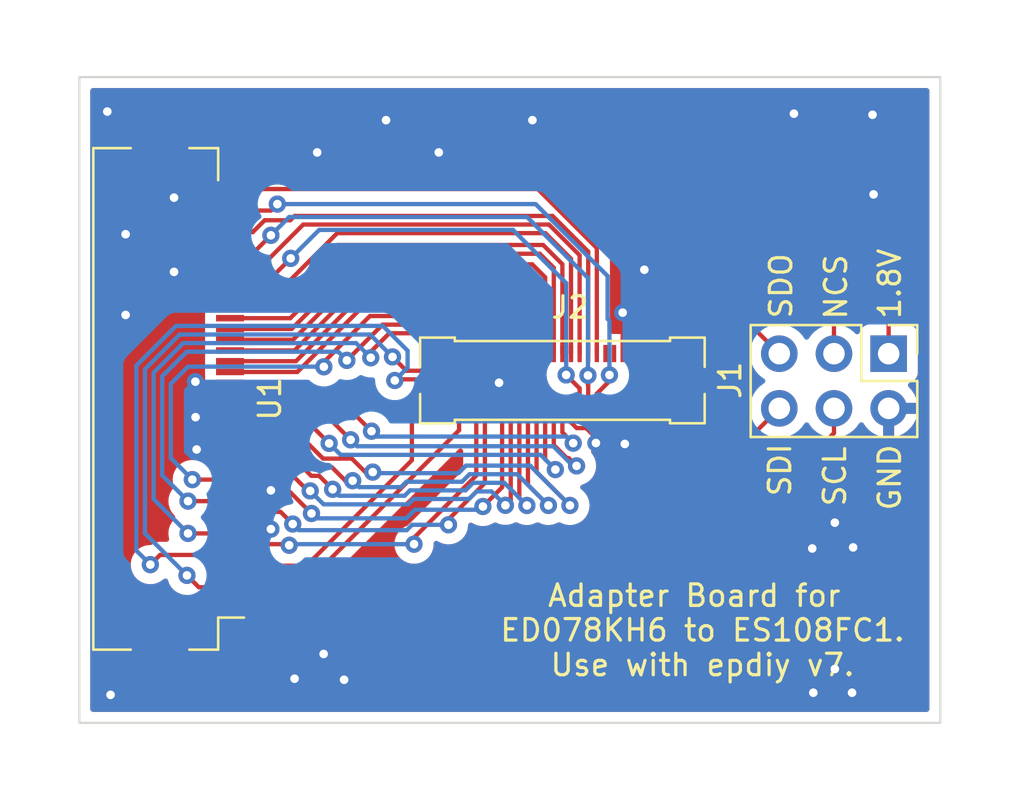
<source format=kicad_pcb>
(kicad_pcb (version 20211014) (generator pcbnew)
  (layers (0 "F.Cu" signal) (31 "B.Cu" signal) (34 "B.Paste" user) (35 "F.Paste" user) (36 "B.SilkS" user "B.Silkscreen") (37 "F.SilkS" user "F.Silkscreen") (38 "B.Mask" user) (39 "F.Mask" user) (44 "Edge.Cuts" user))
  (net 0 "")
  (net 1 "GND")
  (net 2 "/SPI_VDD")
  (net 3 "/SPI_SCL")
  (net 4 "/SPI_NCS")
  (net 5 "/SPI_SDI")
  (net 6 "/SPI_SDO")
  (net 7 "/VGL")
  (net 8 "/VGH")
  (net 9 "VDD")
  (net 10 "/MODE")
  (net 11 "/CKV")
  (net 12 "/SPV")
  (net 13 "/VCOM")
  (net 14 "/XCL")
  (net 15 "/D0")
  (net 16 "/D8")
  (net 17 "/D1")
  (net 18 "/D9")
  (net 19 "/D2")
  (net 20 "/D10")
  (net 21 "/D3")
  (net 22 "/D11")
  (net 23 "/D4")
  (net 24 "/D12")
  (net 25 "/D5")
  (net 26 "/D13")
  (net 27 "/D6")
  (net 28 "/D14")
  (net 29 "/D7")
  (net 30 "/D15")
  (net 31 "/XSTL")
  (net 32 "/XLE")
  (net 33 "/XOE")
  (net 34 "/TEST")
  (net 35 "/VPOS")
  (net 36 "/VNEG")
  (net 37 "/BRD")
  (footprint "epaper-breakout:Hirose_FH12-40S-0.5SH_mirrored" (layer "F.Cu") (at 19.2 23.95 -90)
    (fp_text reference "U1" (at 0 -3.7 -90) (layer "F.SilkS"))
    (fp_text value "ED078KH6")
    (fp_line (start -11.65 -1.3) (end -11.65 0.04) (layer "F.SilkS") (width 0.12))
    (fp_line (start 10.16 -1.3) (end 11.65 -1.3) (layer "F.SilkS") (width 0.12))
    (fp_line (start -11.65 4.5) (end -11.65 2.76) (layer "F.SilkS") (width 0.12))
    (fp_line (start 11.65 -1.3) (end 11.65 0.04) (layer "F.SilkS") (width 0.12))
    (fp_line (start 11.65 2.76) (end 11.65 4.5) (layer "F.SilkS") (width 0.12))
    (fp_line (start 11.65 4.5) (end -11.65 4.5) (layer "F.SilkS") (width 0.12))
    (fp_line (start 10.16 -1.3) (end 10.16 -2.5) (layer "F.SilkS") (width 0.12))
    (fp_line (start -10.16 -1.3) (end -11.65 -1.3) (layer "F.SilkS") (width 0.12))
    (pad "1" smd rect (at 9.75 -1.85 270) (size 0.3 1.3) (layers "F.Cu" "F.Paste" "F.Mask") (net 7 "/VGL"))
    (pad "2" smd rect (at 9.25 -1.85 270) (size 0.3 1.3) (layers "F.Cu" "F.Paste" "F.Mask"))
    (pad "3" smd rect (at 8.75 -1.85 270) (size 0.3 1.3) (layers "F.Cu" "F.Paste" "F.Mask") (net 8 "/VGH"))
    (pad "4" smd rect (at 8.25 -1.85 270) (size 0.3 1.3) (layers "F.Cu" "F.Paste" "F.Mask"))
    (pad "5" smd rect (at 7.75 -1.85 270) (size 0.3 1.3) (layers "F.Cu" "F.Paste" "F.Mask") (net 9 "VDD"))
    (pad "6" smd rect (at 7.25 -1.85 270) (size 0.3 1.3) (layers "F.Cu" "F.Paste" "F.Mask") (net 10 "/MODE"))
    (pad "7" smd rect (at 6.75 -1.85 270) (size 0.3 1.3) (layers "F.Cu" "F.Paste" "F.Mask") (net 11 "/CKV"))
    (pad "8" smd rect (at 6.25 -1.85 270) (size 0.3 1.3) (layers "F.Cu" "F.Paste" "F.Mask") (net 12 "/SPV"))
    (pad "9" smd rect (at 5.75 -1.85 270) (size 0.3 1.3) (layers "F.Cu" "F.Paste" "F.Mask") (net 1 "GND"))
    (pad "10" smd rect (at 5.25 -1.85 270) (size 0.3 1.3) (layers "F.Cu" "F.Paste" "F.Mask") (net 13 "/VCOM"))
    (pad "11" smd rect (at 4.75 -1.85 270) (size 0.3 1.3) (layers "F.Cu" "F.Paste" "F.Mask") (net 9 "VDD"))
    (pad "12" smd rect (at 4.25 -1.85 270) (size 0.3 1.3) (layers "F.Cu" "F.Paste" "F.Mask") (net 1 "GND"))
    (pad "13" smd rect (at 3.75 -1.85 270) (size 0.3 1.3) (layers "F.Cu" "F.Paste" "F.Mask") (net 14 "/XCL"))
    (pad "14" smd rect (at 3.25 -1.85 270) (size 0.3 1.3) (layers "F.Cu" "F.Paste" "F.Mask") (net 15 "/D0"))
    (pad "15" smd rect (at 2.75 -1.85 270) (size 0.3 1.3) (layers "F.Cu" "F.Paste" "F.Mask") (net 17 "/D1"))
    (pad "16" smd rect (at 2.25 -1.85 270) (size 0.3 1.3) (layers "F.Cu" "F.Paste" "F.Mask") (net 19 "/D2"))
    (pad "17" smd rect (at 1.75 -1.85 270) (size 0.3 1.3) (layers "F.Cu" "F.Paste" "F.Mask") (net 21 "/D3"))
    (pad "18" smd rect (at 1.25 -1.85 270) (size 0.3 1.3) (layers "F.Cu" "F.Paste" "F.Mask") (net 23 "/D4"))
    (pad "19" smd rect (at 0.75 -1.85 270) (size 0.3 1.3) (layers "F.Cu" "F.Paste" "F.Mask") (net 25 "/D5"))
    (pad "20" smd rect (at 0.25 -1.85 270) (size 0.3 1.3) (layers "F.Cu" "F.Paste" "F.Mask") (net 27 "/D6"))
    (pad "21" smd rect (at -0.25 -1.85 270) (size 0.3 1.3) (layers "F.Cu" "F.Paste" "F.Mask") (net 29 "/D7"))
    (pad "22" smd rect (at -0.75 -1.85 270) (size 0.3 1.3) (layers "F.Cu" "F.Paste" "F.Mask") (net 1 "GND"))
    (pad "23" smd rect (at -1.25 -1.85 270) (size 0.3 1.3) (layers "F.Cu" "F.Paste" "F.Mask") (net 16 "/D8"))
    (pad "24" smd rect (at -1.75 -1.85 270) (size 0.3 1.3) (layers "F.Cu" "F.Paste" "F.Mask") (net 18 "/D9"))
    (pad "25" smd rect (at -2.25 -1.85 270) (size 0.3 1.3) (layers "F.Cu" "F.Paste" "F.Mask") (net 20 "/D10"))
    (pad "26" smd rect (at -2.75 -1.85 270) (size 0.3 1.3) (layers "F.Cu" "F.Paste" "F.Mask") (net 22 "/D11"))
    (pad "27" smd rect (at -3.25 -1.85 270) (size 0.3 1.3) (layers "F.Cu" "F.Paste" "F.Mask") (net 24 "/D12"))
    (pad "28" smd rect (at -3.75 -1.85 270) (size 0.3 1.3) (layers "F.Cu" "F.Paste" "F.Mask") (net 26 "/D13"))
    (pad "29" smd rect (at -4.25 -1.85 270) (size 0.3 1.3) (layers "F.Cu" "F.Paste" "F.Mask") (net 28 "/D14"))
    (pad "30" smd rect (at -4.75 -1.85 270) (size 0.3 1.3) (layers "F.Cu" "F.Paste" "F.Mask") (net 30 "/D15"))
    (pad "31" smd rect (at -5.25 -1.85 270) (size 0.3 1.3) (layers "F.Cu" "F.Paste" "F.Mask") (net 31 "/XSTL"))
    (pad "32" smd rect (at -5.75 -1.85 270) (size 0.3 1.3) (layers "F.Cu" "F.Paste" "F.Mask") (net 32 "/XLE"))
    (pad "33" smd rect (at -6.25 -1.85 270) (size 0.3 1.3) (layers "F.Cu" "F.Paste" "F.Mask") (net 33 "/XOE"))
    (pad "34" smd rect (at -6.75 -1.85 270) (size 0.3 1.3) (layers "F.Cu" "F.Paste" "F.Mask") (net 34 "/TEST"))
    (pad "35" smd rect (at -7.25 -1.85 270) (size 0.3 1.3) (layers "F.Cu" "F.Paste" "F.Mask"))
    (pad "36" smd rect (at -7.75 -1.85 270) (size 0.3 1.3) (layers "F.Cu" "F.Paste" "F.Mask") (net 35 "/VPOS"))
    (pad "37" smd rect (at -8.25 -1.85 270) (size 0.3 1.3) (layers "F.Cu" "F.Paste" "F.Mask"))
    (pad "38" smd rect (at -8.75 -1.85 270) (size 0.3 1.3) (layers "F.Cu" "F.Paste" "F.Mask") (net 36 "/VNEG"))
    (pad "39" smd rect (at -9.25 -1.85 270) (size 0.3 1.3) (layers "F.Cu" "F.Paste" "F.Mask"))
    (pad "40" smd rect (at -9.75 -1.85 270) (size 0.3 1.3) (layers "F.Cu" "F.Paste" "F.Mask") (net 37 "/BRD"))
    (pad "MP" smd rect (at 11.65 1.4 270) (size 1.8 2.2) (layers "F.Cu" "F.Paste" "F.Mask"))
    (pad "MP" smd rect (at -11.65 1.4 270) (size 1.8 2.2) (layers "F.Cu" "F.Paste" "F.Mask"))
  )
  (footprint "epaper-breakout:ES108FC1" (layer "F.Cu") (at 36.492336 23.042336)
    (fp_text reference "J2" (at 0.357664 -3.342336) (layer "F.SilkS"))
    (fp_text value "ES108FC1")
    (fp_line (start -5 2.04) (end -5 1.88) (layer "F.SilkS") (width 0.12))
    (fp_line (start -5 -1.78) (end 5 -1.78) (layer "F.SilkS") (width 0.12))
    (fp_line (start 5 1.88) (end -5 1.88) (layer "F.SilkS") (width 0.12))
    (fp_line (start 6.61 0.68) (end 6.61 2.04) (layer "F.SilkS") (width 0.12))
    (fp_line (start -6.61 -0.58) (end -6.61 -1.94) (layer "F.SilkS") (width 0.12))
    (fp_line (start -6.61 2.04) (end -5 2.04) (layer "F.SilkS") (width 0.12))
    (fp_line (start 6.61 -1.94) (end 5 -1.94) (layer "F.SilkS") (width 0.12))
    (fp_line (start 5 2.04) (end 5 1.88) (layer "F.SilkS") (width 0.12))
    (fp_line (start -6.61 -1.94) (end -5 -1.94) (layer "F.SilkS") (width 0.12))
    (fp_line (start -5 -1.94) (end -5 -1.78) (layer "F.SilkS") (width 0.12))
    (fp_line (start 6.61 2.04) (end 5 2.04) (layer "F.SilkS") (width 0.12))
    (fp_line (start 6.61 -0.58) (end 6.61 -1.94) (layer "F.SilkS") (width 0.12))
    (fp_line (start 5 -1.94) (end 5 -1.78) (layer "F.SilkS") (width 0.12))
    (fp_line (start -6.61 0.68) (end -6.61 2.04) (layer "F.SilkS") (width 0.12))
    (pad "0" smd rect (at -5.8 -1.2) (size 0.9 1) (layers "F.Cu" "F.Paste" "F.Mask"))
    (pad "0" smd rect (at -5.8 1.3 180) (size 0.9 1) (layers "F.Cu" "F.Paste" "F.Mask"))
    (pad "0" smd rect (at 5.8 -1.2) (size 0.9 1) (layers "F.Cu" "F.Paste" "F.Mask"))
    (pad "0" smd rect (at 5.8 1.3 180) (size 0.9 1) (layers "F.Cu" "F.Paste" "F.Mask"))
    (pad "1" smd rect (at -4.8 1.3 180) (size 0.2 0.8) (layers "F.Cu" "F.Paste" "F.Mask") (net 7 "/VGL"))
    (pad "2" smd rect (at -4.8 -1.2) (size 0.2 0.8) (layers "F.Cu" "F.Paste" "F.Mask") (net 8 "/VGH"))
    (pad "3" smd rect (at -4.4 1.3 180) (size 0.2 0.8) (layers "F.Cu" "F.Paste" "F.Mask") (net 9 "VDD"))
    (pad "4" smd rect (at -4.4 -1.2) (size 0.2 0.8) (layers "F.Cu" "F.Paste" "F.Mask") (net 10 "/MODE"))
    (pad "5" smd rect (at -4 1.3 180) (size 0.2 0.8) (layers "F.Cu" "F.Paste" "F.Mask") (net 11 "/CKV"))
    (pad "6" smd rect (at -4 -1.2) (size 0.2 0.8) (layers "F.Cu" "F.Paste" "F.Mask") (net 12 "/SPV"))
    (pad "7" smd rect (at -3.6 1.3 180) (size 0.2 0.8) (layers "F.Cu" "F.Paste" "F.Mask") (net 13 "/VCOM"))
    (pad "8" smd rect (at -3.6 -1.2) (size 0.2 0.8) (layers "F.Cu" "F.Paste" "F.Mask") (net 9 "VDD"))
    (pad "9" smd rect (at -3.2 1.3 180) (size 0.2 0.8) (layers "F.Cu" "F.Paste" "F.Mask") (net 1 "GND"))
    (pad "10" smd rect (at -3.2 -1.2) (size 0.2 0.8) (layers "F.Cu" "F.Paste" "F.Mask") (net 14 "/XCL"))
    (pad "11" smd rect (at -2.8 1.3 180) (size 0.2 0.8) (layers "F.Cu" "F.Paste" "F.Mask") (net 15 "/D0"))
    (pad "12" smd rect (at -2.8 -1.2) (size 0.2 0.8) (layers "F.Cu" "F.Paste" "F.Mask") (net 16 "/D8"))
    (pad "13" smd rect (at -2.4 1.3 180) (size 0.2 0.8) (layers "F.Cu" "F.Paste" "F.Mask") (net 17 "/D1"))
    (pad "14" smd rect (at -2.4 -1.2) (size 0.2 0.8) (layers "F.Cu" "F.Paste" "F.Mask") (net 18 "/D9"))
    (pad "15" smd rect (at -2 1.3 180) (size 0.2 0.8) (layers "F.Cu" "F.Paste" "F.Mask") (net 19 "/D2"))
    (pad "16" smd rect (at -2 -1.2) (size 0.2 0.8) (layers "F.Cu" "F.Paste" "F.Mask") (net 20 "/D10"))
    (pad "17" smd rect (at -1.6 1.3 180) (size 0.2 0.8) (layers "F.Cu" "F.Paste" "F.Mask") (net 21 "/D3"))
    (pad "18" smd rect (at -1.6 -1.2) (size 0.2 0.8) (layers "F.Cu" "F.Paste" "F.Mask") (net 22 "/D11"))
    (pad "19" smd rect (at -1.2 1.3 180) (size 0.2 0.8) (layers "F.Cu" "F.Paste" "F.Mask") (net 23 "/D4"))
    (pad "20" smd rect (at -1.2 -1.2) (size 0.2 0.8) (layers "F.Cu" "F.Paste" "F.Mask") (net 24 "/D12"))
    (pad "21" smd rect (at -0.8 1.3 180) (size 0.2 0.8) (layers "F.Cu" "F.Paste" "F.Mask") (net 25 "/D5"))
    (pad "22" smd rect (at -0.8 -1.2) (size 0.2 0.8) (layers "F.Cu" "F.Paste" "F.Mask") (net 26 "/D13"))
    (pad "23" smd rect (at -0.4 1.3 180) (size 0.2 0.8) (layers "F.Cu" "F.Paste" "F.Mask") (net 27 "/D6"))
    (pad "24" smd rect (at -0.4 -1.2) (size 0.2 0.8) (layers "F.Cu" "F.Paste" "F.Mask") (net 28 "/D14"))
    (pad "25" smd rect (at 0 1.3 180) (size 0.2 0.8) (layers "F.Cu" "F.Paste" "F.Mask") (net 29 "/D7"))
    (pad "26" smd rect (at 0 -1.2) (size 0.2 0.8) (layers "F.Cu" "F.Paste" "F.Mask") (net 30 "/D15"))
    (pad "27" smd rect (at 0.4 1.3 180) (size 0.2 0.8) (layers "F.Cu" "F.Paste" "F.Mask") (net 1 "GND"))
    (pad "28" smd rect (at 0.4 -1.2) (size 0.2 0.8) (layers "F.Cu" "F.Paste" "F.Mask") (net 31 "/XSTL"))
    (pad "29" smd rect (at 0.8 1.3 180) (size 0.2 0.8) (layers "F.Cu" "F.Paste" "F.Mask") (net 32 "/XLE"))
    (pad "30" smd rect (at 0.8 -1.2) (size 0.2 0.8) (layers "F.Cu" "F.Paste" "F.Mask") (net 33 "/XOE"))
    (pad "31" smd rect (at 1.2 1.3 180) (size 0.2 0.8) (layers "F.Cu" "F.Paste" "F.Mask") (net 34 "/TEST"))
    (pad "32" smd rect (at 1.2 -1.2) (size 0.2 0.8) (layers "F.Cu" "F.Paste" "F.Mask") (net 35 "/VPOS"))
    (pad "33" smd rect (at 1.6 1.3 180) (size 0.2 0.8) (layers "F.Cu" "F.Paste" "F.Mask") (net 36 "/VNEG"))
    (pad "34" smd rect (at 1.6 -1.2) (size 0.2 0.8) (layers "F.Cu" "F.Paste" "F.Mask") (net 37 "/BRD"))
    (pad "35" smd rect (at 2 1.3 180) (size 0.2 0.8) (layers "F.Cu" "F.Paste" "F.Mask"))
    (pad "36" smd rect (at 2 -1.2) (size 0.2 0.8) (layers "F.Cu" "F.Paste" "F.Mask"))
    (pad "37" smd rect (at 2.4 1.3 180) (size 0.2 0.8) (layers "F.Cu" "F.Paste" "F.Mask"))
    (pad "38" smd rect (at 2.4 -1.2) (size 0.2 0.8) (layers "F.Cu" "F.Paste" "F.Mask"))
    (pad "39" smd rect (at 2.8 1.3 180) (size 0.2 0.8) (layers "F.Cu" "F.Paste" "F.Mask") (net 1 "GND"))
    (pad "40" smd rect (at 2.8 -1.2) (size 0.2 0.8) (layers "F.Cu" "F.Paste" "F.Mask") (net 1 "GND"))
    (pad "41" smd rect (at 3.2 1.3 180) (size 0.2 0.8) (layers "F.Cu" "F.Paste" "F.Mask"))
    (pad "42" smd rect (at 3.2 -1.2) (size 0.2 0.8) (layers "F.Cu" "F.Paste" "F.Mask"))
    (pad "43" smd rect (at 3.6 1.3 180) (size 0.2 0.8) (layers "F.Cu" "F.Paste" "F.Mask"))
    (pad "44" smd rect (at 3.6 -1.2) (size 0.2 0.8) (layers "F.Cu" "F.Paste" "F.Mask"))
    (pad "45" smd rect (at 4 1.3 180) (size 0.2 0.8) (layers "F.Cu" "F.Paste" "F.Mask") (net 1 "GND"))
    (pad "46" smd rect (at 4 -1.2) (size 0.2 0.8) (layers "F.Cu" "F.Paste" "F.Mask") (net 2 "/SPI_VDD"))
    (pad "47" smd rect (at 4.4 1.3 180) (size 0.2 0.8) (layers "F.Cu" "F.Paste" "F.Mask") (net 3 "/SPI_SCL"))
    (pad "48" smd rect (at 4.4 -1.2) (size 0.2 0.8) (layers "F.Cu" "F.Paste" "F.Mask") (net 4 "/SPI_NCS"))
    (pad "49" smd rect (at 4.8 1.3 180) (size 0.2 0.8) (layers "F.Cu" "F.Paste" "F.Mask") (net 5 "/SPI_SDI"))
    (pad "50" smd rect (at 4.8 -1.2) (size 0.2 0.8) (layers "F.Cu" "F.Paste" "F.Mask") (net 6 "/SPI_SDO"))
  )
  (footprint "Connector_PinHeader_2.54mm:PinHeader_2x03_P2.54mm_Vertical" (layer "F.Cu") (at 51.65 21.85 -90)
    (fp_text reference "J1" (at 1.232664 7.367336 -90) (layer "F.SilkS"))
    (fp_text value "Conn_02x03_Odd_Even")
    (fp_line (start 1.27 -1.33) (end 3.87 -1.33) (layer "F.SilkS") (width 0.12))
    (fp_line (start 3.87 -1.33) (end 3.87 6.41) (layer "F.SilkS") (width 0.12))
    (fp_line (start -1.33 1.27) (end 1.27 1.27) (layer "F.SilkS") (width 0.12))
    (fp_line (start 1.27 1.27) (end 1.27 -1.33) (layer "F.SilkS") (width 0.12))
    (fp_line (start -1.33 0) (end -1.33 -1.33) (layer "F.SilkS") (width 0.12))
    (fp_line (start -1.33 -1.33) (end 0 -1.33) (layer "F.SilkS") (width 0.12))
    (fp_line (start -1.33 1.27) (end -1.33 6.41) (layer "F.SilkS") (width 0.12))
    (fp_line (start -1.33 6.41) (end 3.87 6.41) (layer "F.SilkS") (width 0.12))
    (pad "1" thru_hole rect (at 0 0 270) (size 1.7 1.7) (drill 1) (layers *.Cu *.Mask) (net 2 "/SPI_VDD"))
    (pad "2" thru_hole oval (at 2.54 0 270) (size 1.7 1.7) (drill 1) (layers *.Cu *.Mask) (net 1 "GND"))
    (pad "3" thru_hole oval (at 0 2.54 270) (size 1.7 1.7) (drill 1) (layers *.Cu *.Mask) (net 4 "/SPI_NCS"))
    (pad "4" thru_hole oval (at 2.54 2.54 270) (size 1.7 1.7) (drill 1) (layers *.Cu *.Mask) (net 3 "/SPI_SCL"))
    (pad "5" thru_hole oval (at 0 5.08 270) (size 1.7 1.7) (drill 1) (layers *.Cu *.Mask) (net 6 "/SPI_SDO"))
    (pad "6" thru_hole oval (at 2.54 5.08 270) (size 1.7 1.7) (drill 1) (layers *.Cu *.Mask) (net 5 "/SPI_SDI"))
  )
  (gr_rect (start 14.05 9) (end 54.05 39) (layer "Edge.Cuts") (width 0.1) (fill none))
  (gr_text "GND" (at 51.7 27.6 90) (layer "F.SilkS") (effects (font (size 1 1))))
  (gr_text "SDO\n" (at 46.65 18.7 90) (layer "F.SilkS") (effects (font (size 1 1))))
  (gr_text "SCL" (at 49.15 27.55 90) (layer "F.SilkS") (effects (font (size 1 1))))
  (gr_text "1.8V" (at 51.7 18.6 90) (layer "F.SilkS") (effects (font (size 1 1))))
  (gr_text "SDI" (at 46.6 27.25 90) (layer "F.SilkS") (effects (font (size 1 1))))
  (gr_text "NCS" (at 49.2 18.75 90) (layer "F.SilkS") (effects (font (size 1 1))))
  (gr_text "Adapter Board for \nED078KH6 to ES108FC1.\nUse with epdiy v7." (at 43 34.7) (layer "F.SilkS") (effects (font (size 1 1))))
  (segment (start 37.155378 25.305378) (end 37.594622 25.305378) (width 0.2) (layer "F.Cu") (net 1))
  (segment (start 21.05 29.7) (end 22.65 29.7) (width 0.2) (layer "F.Cu") (net 1))
  (segment (start 36.892336 25.042336) (end 37.155378 25.305378) (width 0.2) (layer "F.Cu") (net 1))
  (segment (start 21.05 28.2) (end 22.95 28.2) (width 0.2) (layer "F.Cu") (net 1))
  (segment (start 41.660965 26.942336) (end 51.082336 26.942336) (width 0.2) (layer "F.Cu") (net 1))
  (segment (start 40.492336 25.773708) (end 41.660965 26.942336) (width 0.2) (layer "F.Cu") (net 1))
  (segment (start 36.892336 24.342336) (end 36.892336 25.042336) (width 0.2) (layer "F.Cu") (net 1))
  (segment (start 38.05 25.760756) (end 38.05 26) (width 0.2) (layer "F.Cu") (net 1))
  (segment (start 37.594622 25.305378) (end 38.05 25.760756) (width 0.2) (layer "F.Cu") (net 1))
  (segment (start 51.082336 26.942336) (end 51.65 26.374672) (width 0.2) (layer "F.Cu") (net 1))
  (segment (start 33.292336 23.457664) (end 33.55 23.2) (width 0.2) (layer "F.Cu") (net 1))
  (segment (start 39.292336 25.942336) (end 39.392336 26.042336) (width 0.2) (layer "F.Cu") (net 1))
  (segment (start 22.65 29.7) (end 22.95 30) (width 0.2) (layer "F.Cu") (net 1))
  (segment (start 39.292336 21.842336) (end 39.292336 19.942336) (width 0.2) (layer "F.Cu") (net 1))
  (segment (start 19.492142 23.2) (end 19.441642 23.1495) (width 0.2) (layer "F.Cu") (net 1))
  (segment (start 39.292336 24.342336) (end 39.292336 25.942336) (width 0.2) (layer "F.Cu") (net 1))
  (segment (start 33.292336 24.342336) (end 33.292336 23.457664) (width 0.2) (layer "F.Cu") (net 1))
  (segment (start 21.05 23.2) (end 19.492142 23.2) (width 0.2) (layer "F.Cu") (net 1))
  (segment (start 40.492336 24.342336) (end 40.492336 25.773708) (width 0.2) (layer "F.Cu") (net 1))
  (segment (start 51.65 26.374672) (end 51.65 24.39) (width 0.2) (layer "F.Cu") (net 1))
  (via (at 49.15 29.7) (size 0.8) (drill 0.4) (layers "F.Cu" "B.Cu") (net 1))
  (via (at 39.392336 26.042336) (size 0.8) (drill 0.4) (layers "F.Cu" "B.Cu") (net 1))
  (via (at 22.95 28.2) (size 0.8) (drill 0.4) (layers "F.Cu" "B.Cu") (net 1))
  (via (at 19.441642 23.1495) (size 0.8) (drill 0.4) (layers "F.Cu" "B.Cu") (net 1))
  (via (at 15.35 10.6) (size 0.8) (drill 0.4) (layers "F.Cu" "B.Cu") (net 1))
  (via (at 25.4 35.8) (size 0.8) (drill 0.4) (layers "F.Cu" "B.Cu") (net 1))
  (via (at 48.15 37.6) (size 0.8) (drill 0.4) (layers "F.Cu" "B.Cu") (net 1))
  (via (at 16.2 16.3) (size 0.8) (drill 0.4) (layers "F.Cu" "B.Cu") (net 1))
  (via (at 19.45 24.8) (size 0.8) (drill 0.4) (layers "F.Cu" "B.Cu") (net 1))
  (via (at 18.45 18.05) (size 0.8) (drill 0.4) (layers "F.Cu" "B.Cu") (net 1))
  (via (at 35.1 11) (size 0.8) (drill 0.4) (layers "F.Cu" "B.Cu") (net 1))
  (via (at 40.3 17.95) (size 0.8) (drill 0.4) (layers "F.Cu" "B.Cu") (net 1))
  (via (at 48.1 30.9) (size 0.8) (drill 0.4) (layers "F.Cu" "B.Cu") (net 1))
  (via (at 16.2 20.05) (size 0.8) (drill 0.4) (layers "F.Cu" "B.Cu") (net 1))
  (via (at 28.3 11) (size 0.8) (drill 0.4) (layers "F.Cu" "B.Cu") (net 1))
  (via (at 15.5 37.7) (size 0.8) (drill 0.4) (layers "F.Cu" "B.Cu") (net 1))
  (via (at 30.75 12.5) (size 0.8) (drill 0.4) (layers "F.Cu" "B.Cu") (net 1))
  (via (at 18.45 14.6) (size 0.8) (drill 0.4) (layers "F.Cu" "B.Cu") (net 1))
  (via (at 49.15 36.5) (size 0.8) (drill 0.4) (layers "F.Cu" "B.Cu") (net 1))
  (via (at 50.9 10.75) (size 0.8) (drill 0.4) (layers "F.Cu" "B.Cu") (net 1))
  (via (at 50.95 14.45) (size 0.8) (drill 0.4) (layers "F.Cu" "B.Cu") (net 1))
  (via (at 39.292336 19.942336) (size 0.8) (drill 0.4) (layers "F.Cu" "B.Cu") (net 1))
  (via (at 22.95 30) (size 0.8) (drill 0.4) (layers "F.Cu" "B.Cu") (net 1))
  (via (at 26.35 37) (size 0.8) (drill 0.4) (layers "F.Cu" "B.Cu") (net 1))
  (via (at 19.5 26.3) (size 0.8) (drill 0.4) (layers "F.Cu" "B.Cu") (net 1))
  (via (at 50 30.85) (size 0.8) (drill 0.4) (layers "F.Cu" "B.Cu") (net 1))
  (via (at 38.05 26) (size 0.8) (drill 0.4) (layers "F.Cu" "B.Cu") (net 1))
  (via (at 49.95 37.6) (size 0.8) (drill 0.4) (layers "F.Cu" "B.Cu") (net 1))
  (via (at 25.1 12.5) (size 0.8) (drill 0.4) (layers "F.Cu" "B.Cu") (net 1))
  (via (at 33.55 23.2) (size 0.8) (drill 0.4) (layers "F.Cu" "B.Cu") (net 1))
  (via (at 47.25 10.7) (size 0.8) (drill 0.4) (layers "F.Cu" "B.Cu") (net 1))
  (via (at 24.05 36.95) (size 0.8) (drill 0.4) (layers "F.Cu" "B.Cu") (net 1))
  (segment (start 41.660965 19.242336) (end 50.992336 19.242336) (width 0.2) (layer "F.Cu") (net 2))
  (segment (start 40.492336 21.842336) (end 40.492336 20.410964) (width 0.2) (layer "F.Cu") (net 2))
  (segment (start 50.992336 19.242336) (end 51.65 19.9) (width 0.2) (layer "F.Cu") (net 2))
  (segment (start 51.65 19.9) (end 51.65 21.85) (width 0.2) (layer "F.Cu") (net 2))
  (segment (start 40.492336 20.410964) (end 41.660965 19.242336) (width 0.2) (layer "F.Cu") (net 2))
  (segment (start 48.107664 26.542336) (end 49.11 25.54) (width 0.2) (layer "F.Cu") (net 3))
  (segment (start 40.892336 24.342336) (end 40.892336 25.608022) (width 0.2) (layer "F.Cu") (net 3))
  (segment (start 40.892336 25.608022) (end 41.826651 26.542336) (width 0.2) (layer "F.Cu") (net 3))
  (segment (start 49.11 25.54) (end 49.11 24.39) (width 0.2) (layer "F.Cu") (net 3))
  (segment (start 41.826651 26.542336) (end 48.107664 26.542336) (width 0.2) (layer "F.Cu") (net 3))
  (segment (start 49.11 20.51) (end 49.11 21.85) (width 0.2) (layer "F.Cu") (net 4))
  (segment (start 40.892336 20.57665) (end 41.826651 19.642336) (width 0.2) (layer "F.Cu") (net 4))
  (segment (start 40.892336 21.842336) (end 40.892336 20.57665) (width 0.2) (layer "F.Cu") (net 4))
  (segment (start 41.826651 19.642336) (end 48.242336 19.642336) (width 0.2) (layer "F.Cu") (net 4))
  (segment (start 48.242336 19.642336) (end 49.11 20.51) (width 0.2) (layer "F.Cu") (net 4))
  (segment (start 41.292336 24.342336) (end 41.292336 25.442336) (width 0.2) (layer "F.Cu") (net 5))
  (segment (start 44.817664 26.142336) (end 46.57 24.39) (width 0.2) (layer "F.Cu") (net 5))
  (segment (start 41.992336 26.142336) (end 44.817664 26.142336) (width 0.2) (layer "F.Cu") (net 5))
  (segment (start 41.292336 25.442336) (end 41.992336 26.142336) (width 0.2) (layer "F.Cu") (net 5))
  (segment (start 44.762336 20.042336) (end 46.57 21.85) (width 0.2) (layer "F.Cu") (net 6))
  (segment (start 41.992336 20.042336) (end 44.762336 20.042336) (width 0.2) (layer "F.Cu") (net 6))
  (segment (start 41.292336 21.842336) (end 41.292336 20.742336) (width 0.2) (layer "F.Cu") (net 6))
  (segment (start 41.292336 20.742336) (end 41.992336 20.042336) (width 0.2) (layer "F.Cu") (net 6))
  (segment (start 31.692336 24.342336) (end 31.692336 25.407664) (width 0.2) (layer "F.Cu") (net 7))
  (segment (start 31.692336 25.407664) (end 23.4 33.7) (width 0.2) (layer "F.Cu") (net 7))
  (segment (start 23.4 33.7) (end 21.05 33.7) (width 0.2) (layer "F.Cu") (net 7))
  (segment (start 29.242336 22.642336) (end 28.6 22) (width 0.2) (layer "F.Cu") (net 8))
  (segment (start 31.692336 21.842336) (end 31.692336 22.407664) (width 0.2) (layer "F.Cu") (net 8))
  (segment (start 19.6 32.7) (end 21.05 32.7) (width 0.2) (layer "F.Cu") (net 8))
  (segment (start 19.05 32.15) (end 19.6 32.7) (width 0.2) (layer "F.Cu") (net 8))
  (segment (start 31.692336 22.407664) (end 31.457663 22.642336) (width 0.2) (layer "F.Cu") (net 8))
  (segment (start 31.457663 22.642336) (end 29.242336 22.642336) (width 0.2) (layer "F.Cu") (net 8))
  (via (at 19.05 32.15) (size 0.8) (drill 0.4) (layers "F.Cu" "B.Cu") (net 8))
  (via (at 28.6 22) (size 0.8) (drill 0.4) (layers "F.Cu" "B.Cu") (net 8))
  (segment (start 17.1 22.568628) (end 17.1 30.2) (width 0.2) (layer "B.Cu") (net 8))
  (segment (start 28.6 22) (end 27.558837 20.958837) (width 0.2) (layer "B.Cu") (net 8))
  (segment (start 17.1 30.2) (end 19.05 32.15) (width 0.2) (layer "B.Cu") (net 8))
  (segment (start 18.709791 20.958837) (end 17.1 22.568628) (width 0.2) (layer "B.Cu") (net 8))
  (segment (start 27.558837 20.958837) (end 18.709791 20.958837) (width 0.2) (layer "B.Cu") (net 8))
  (segment (start 29.5 26.8) (end 29.5 24) (width 0.2) (layer "F.Cu") (net 9))
  (segment (start 32.892336 22.407664) (end 32.892336 21.842336) (width 0.2) (layer "F.Cu") (net 9))
  (segment (start 30.057664 23.442336) (end 32.092336 23.442336) (width 0.2) (layer "F.Cu") (net 9))
  (segment (start 32.092336 24.342336) (end 32.092336 23.442336) (width 0.2) (layer "F.Cu") (net 9))
  (segment (start 28.139244 20.5) (end 26.479003 22.160241) (width 0.2) (layer "F.Cu") (net 9))
  (segment (start 32.892336 20.7) (end 32.692336 20.5) (width 0.2) (layer "F.Cu") (net 9))
  (segment (start 24.6 31.7) (end 29.5 26.8) (width 0.2) (layer "F.Cu") (net 9))
  (segment (start 32.092336 23.442336) (end 32.092336 23.207664) (width 0.2) (layer "F.Cu") (net 9))
  (segment (start 32.092336 23.207664) (end 32.892336 22.407664) (width 0.2) (layer "F.Cu") (net 9))
  (segment (start 29.5 24) (end 30.057664 23.442336) (width 0.2) (layer "F.Cu") (net 9))
  (segment (start 32.692336 20.5) (end 28.139244 20.5) (width 0.2) (layer "F.Cu") (net 9))
  (segment (start 21.05 31.7) (end 24.6 31.7) (width 0.2) (layer "F.Cu") (net 9))
  (segment (start 32.892336 21.842336) (end 32.892336 20.7) (width 0.2) (layer "F.Cu") (net 9))
  (segment (start 19.1 28.7) (end 21.05 28.7) (width 0.2) (layer "F.Cu") (net 9))
  (via (at 26.479003 22.160241) (size 0.8) (drill 0.4) (layers "F.Cu" "B.Cu") (net 9))
  (via (at 19.1 28.7) (size 0.8) (drill 0.4) (layers "F.Cu" "B.Cu") (net 9))
  (segment (start 19.041163 21.758837) (end 17.9 22.9) (width 0.2) (layer "B.Cu") (net 9))
  (segment (start 26.479003 22.160241) (end 26.077599 21.758837) (width 0.2) (layer "B.Cu") (net 9))
  (segment (start 17.9 22.9) (end 17.9 27.5) (width 0.2) (layer "B.Cu") (net 9))
  (segment (start 25.091163 21.758837) (end 19.041163 21.758837) (width 0.2) (layer "B.Cu") (net 9))
  (segment (start 26.077599 21.758837) (end 25.091163 21.758837) (width 0.2) (layer "B.Cu") (net 9))
  (segment (start 17.9 27.5) (end 19.1 28.7) (width 0.2) (layer "B.Cu") (net 9))
  (segment (start 21.05 31.2) (end 17.8 31.2) (width 0.2) (layer "F.Cu") (net 10))
  (segment (start 32.092335 22.57335) (end 31.623348 23.042336) (width 0.2) (layer "F.Cu") (net 10))
  (segment (start 28.757664 23.042336) (end 28.705378 23.094622) (width 0.2) (layer "F.Cu") (net 10))
  (segment (start 31.623348 23.042336) (end 28.757664 23.042336) (width 0.2) (layer "F.Cu") (net 10))
  (segment (start 17.8 31.2) (end 17.35 31.65) (width 0.2) (layer "F.Cu") (net 10))
  (segment (start 32.092336 21.842336) (end 32.092335 22.57335) (width 0.2) (layer "F.Cu") (net 10))
  (via (at 17.35 31.65) (size 0.8) (drill 0.4) (layers "F.Cu" "B.Cu") (net 10))
  (via (at 28.705378 23.094622) (size 0.8) (drill 0.4) (layers "F.Cu" "B.Cu") (net 10))
  (segment (start 16.7 22.402943) (end 16.7 31) (width 0.2) (layer "B.Cu") (net 10))
  (segment (start 28.148787 20.558837) (end 18.544105 20.558837) (width 0.2) (layer "B.Cu") (net 10))
  (segment (start 29.3 22.5) (end 29.3 21.71005) (width 0.2) (layer "B.Cu") (net 10))
  (segment (start 29.3 21.71005) (end 28.148787 20.558837) (width 0.2) (layer "B.Cu") (net 10))
  (segment (start 16.7 31) (end 17.35 31.65) (width 0.2) (layer "B.Cu") (net 10))
  (segment (start 28.705378 23.094622) (end 29.3 22.5) (width 0.2) (layer "B.Cu") (net 10))
  (segment (start 18.544105 20.558837) (end 16.7 22.402943) (width 0.2) (layer "B.Cu") (net 10))
  (segment (start 29.9 30.1) (end 29.6 30.4) (width 0.2) (layer "F.Cu") (net 11))
  (segment (start 23.8 30.75) (end 23.75 30.7) (width 0.2) (layer "F.Cu") (net 11))
  (segment (start 29.6 30.4) (end 29.6 30.7) (width 0.2) (layer "F.Cu") (net 11))
  (segment (start 32.492336 24.342336) (end 32.492336 27.507664) (width 0.2) (layer "F.Cu") (net 11))
  (segment (start 32.492336 27.507664) (end 29.9 30.1) (width 0.2) (layer "F.Cu") (net 11))
  (segment (start 23.75 30.7) (end 21.05 30.7) (width 0.2) (layer "F.Cu") (net 11))
  (via (at 29.6 30.7) (size 0.8) (drill 0.4) (layers "F.Cu" "B.Cu") (net 11))
  (via (at 23.8 30.75) (size 0.8) (drill 0.4) (layers "F.Cu" "B.Cu") (net 11))
  (segment (start 29.6 30.7) (end 23.85 30.7) (width 0.2) (layer "B.Cu") (net 11))
  (segment (start 23.85 30.7) (end 23.8 30.75) (width 0.2) (layer "B.Cu") (net 11))
  (segment (start 28.45 20.9) (end 27.589244 21.760756) (width 0.2) (layer "F.Cu") (net 12))
  (segment (start 32.492336 21.242336) (end 32.15 20.9) (width 0.2) (layer "F.Cu") (net 12))
  (segment (start 32.15 20.9) (end 28.45 20.9) (width 0.2) (layer "F.Cu") (net 12))
  (segment (start 19.1 30.2) (end 21.05 30.2) (width 0.2) (layer "F.Cu") (net 12))
  (segment (start 27.589244 21.760756) (end 27.589244 22.039244) (width 0.2) (layer "F.Cu") (net 12))
  (segment (start 32.492336 21.842336) (end 32.492336 21.242336) (width 0.2) (layer "F.Cu") (net 12))
  (via (at 19.1 30.2) (size 0.8) (drill 0.4) (layers "F.Cu" "B.Cu") (net 12))
  (via (at 27.589244 22.039244) (size 0.8) (drill 0.4) (layers "F.Cu" "B.Cu") (net 12))
  (segment (start 18.875477 21.358837) (end 17.5 22.734314) (width 0.2) (layer "B.Cu") (net 12))
  (segment (start 26.908837 21.358837) (end 18.875477 21.358837) (width 0.2) (layer "B.Cu") (net 12))
  (segment (start 17.5 28.6) (end 19.1 30.2) (width 0.2) (layer "B.Cu") (net 12))
  (segment (start 27.589244 22.039244) (end 26.908837 21.358837) (width 0.2) (layer "B.Cu") (net 12))
  (segment (start 17.5 22.734314) (end 17.5 28.6) (width 0.2) (layer "B.Cu") (net 12))
  (segment (start 31.2 29.55) (end 31.2 29.7995) (width 0.2) (layer "F.Cu") (net 13))
  (segment (start 23.40022 29.2) (end 21.05 29.2) (width 0.2) (layer "F.Cu") (net 13))
  (segment (start 32.892336 24.342336) (end 32.892336 27.857664) (width 0.2) (layer "F.Cu") (net 13))
  (segment (start 32.892336 27.857664) (end 31.2 29.55) (width 0.2) (layer "F.Cu") (net 13))
  (segment (start 23.964317 29.764097) (end 23.40022 29.2) (width 0.2) (layer "F.Cu") (net 13))
  (via (at 31.2 29.7995) (size 0.8) (drill 0.4) (layers "F.Cu" "B.Cu") (net 13))
  (via (at 23.964317 29.764097) (size 0.8) (drill 0.4) (layers "F.Cu" "B.Cu") (net 13))
  (segment (start 23.964317 29.764097) (end 24.25022 30.05) (width 0.2) (layer "B.Cu") (net 13))
  (segment (start 24.25022 30.05) (end 29.26005 30.05) (width 0.2) (layer "B.Cu") (net 13))
  (segment (start 29.26005 30.05) (end 29.51055 29.7995) (width 0.2) (layer "B.Cu") (net 13))
  (segment (start 29.51055 29.7995) (end 31.2 29.7995) (width 0.2) (layer "B.Cu") (net 13))
  (segment (start 33.292336 21.842336) (end 33.292336 20.308022) (width 0.2) (layer "F.Cu") (net 14))
  (segment (start 33.292336 20.308022) (end 33.092157 20.107843) (width 0.2) (layer "F.Cu") (net 14))
  (segment (start 33.092157 20.107843) (end 33.084314 20.1) (width 0.2) (layer "F.Cu") (net 14))
  (segment (start 33.084314 20.1) (end 27.55 20.1) (width 0.2) (layer "F.Cu") (net 14))
  (segment (start 19.3 27.7) (end 21.05 27.7) (width 0.2) (layer "F.Cu") (net 14))
  (segment (start 25.408837 22.241163) (end 25.408837 22.458837) (width 0.2) (layer "F.Cu") (net 14))
  (segment (start 27.55 20.1) (end 25.408837 22.241163) (width 0.2) (layer "F.Cu") (net 14))
  (via (at 19.3 27.7) (size 0.8) (drill 0.4) (layers "F.Cu" "B.Cu") (net 14))
  (via (at 25.408837 22.458837) (size 0.8) (drill 0.4) (layers "F.Cu" "B.Cu") (net 14))
  (segment (start 25.4 22.45) (end 19.3 22.45) (width 0.2) (layer "B.Cu") (net 14))
  (segment (start 19.1 22.45) (end 18.3 23.25) (width 0.2) (layer "B.Cu") (net 14))
  (segment (start 25.408837 22.458837) (end 25.4 22.45) (width 0.2) (layer "B.Cu") (net 14))
  (segment (start 19.3 22.45) (end 19.1 22.45) (width 0.2) (layer "B.Cu") (net 14))
  (segment (start 18.3 23.25) (end 18.3 26.7) (width 0.2) (layer "B.Cu") (net 14))
  (segment (start 18.3 26.7) (end 19.3 27.7) (width 0.2) (layer "B.Cu") (net 14))
  (segment (start 24.835319 29.273832) (end 23.65 28.088513) (width 0.2) (layer "F.Cu") (net 15))
  (segment (start 23.65 27.91005) (end 22.93995 27.2) (width 0.2) (layer "F.Cu") (net 15))
  (segment (start 23.65 28.088513) (end 23.65 27.91005) (width 0.2) (layer "F.Cu") (net 15))
  (segment (start 33.692336 28.057164) (end 33.692336 24.342336) (width 0.2) (layer "F.Cu") (net 15))
  (segment (start 32.8 28.9495) (end 33.692336 28.057164) (width 0.2) (layer "F.Cu") (net 15))
  (segment (start 22.93995 27.2) (end 21.05 27.2) (width 0.2) (layer "F.Cu") (net 15))
  (via (at 32.8 28.9495) (size 0.8) (drill 0.4) (layers "F.Cu" "B.Cu") (net 15))
  (via (at 24.835319 29.273832) (size 0.8) (drill 0.4) (layers "F.Cu" "B.Cu") (net 15))
  (segment (start 24.835319 29.273832) (end 25.061487 29.5) (width 0.2) (layer "B.Cu") (net 15))
  (segment (start 29.644364 29.1) (end 32.6495 29.1) (width 0.2) (layer "B.Cu") (net 15))
  (segment (start 29.244364 29.5) (end 29.644364 29.1) (width 0.2) (layer "B.Cu") (net 15))
  (segment (start 32.6495 29.1) (end 32.8 28.9495) (width 0.2) (layer "B.Cu") (net 15))
  (segment (start 25.061487 29.5) (end 29.244364 29.5) (width 0.2) (layer "B.Cu") (net 15))
  (segment (start 33.25 19.7) (end 27.17843 19.7) (width 0.2) (layer "F.Cu") (net 16))
  (segment (start 27.17843 19.7) (end 24.17843 22.7) (width 0.2) (layer "F.Cu") (net 16))
  (segment (start 33.692336 20.142336) (end 33.25 19.7) (width 0.2) (layer "F.Cu") (net 16))
  (segment (start 24.17843 22.7) (end 21.05 22.7) (width 0.2) (layer "F.Cu") (net 16))
  (segment (start 33.692336 21.842336) (end 33.692336 20.142336) (width 0.2) (layer "F.Cu") (net 16))
  (segment (start 34.092336 28.646408) (end 34.092336 24.342336) (width 0.2) (layer "F.Cu") (net 17))
  (segment (start 23.15 26.7) (end 21.05 26.7) (width 0.2) (layer "F.Cu") (net 17))
  (segment (start 24.674635 28.224635) (end 23.15 26.7) (width 0.2) (layer "F.Cu") (net 17))
  (segment (start 24.775365 28.224635) (end 24.674635 28.224635) (width 0.2) (layer "F.Cu") (net 17))
  (segment (start 33.844372 28.894372) (end 34.092336 28.646408) (width 0.2) (layer "F.Cu") (net 17))
  (via (at 24.775365 28.224635) (size 0.8) (drill 0.4) (layers "F.Cu" "B.Cu") (net 17))
  (via (at 33.844372 28.894372) (size 0.8) (drill 0.4) (layers "F.Cu" "B.Cu") (net 17))
  (segment (start 29.328678 28.85) (end 29.578678 28.6) (width 0.2) (layer "B.Cu") (net 17))
  (segment (start 25.40073 28.85) (end 29.328678 28.85) (width 0.2) (layer "B.Cu") (net 17))
  (segment (start 24.775365 28.224635) (end 25.40073 28.85) (width 0.2) (layer "B.Cu") (net 17))
  (segment (start 29.578678 28.6) (end 32.15955 28.6) (width 0.2) (layer "B.Cu") (net 17))
  (segment (start 32.15955 28.6) (end 32.51005 28.2495) (width 0.2) (layer "B.Cu") (net 17))
  (segment (start 33.1995 28.2495) (end 33.844372 28.894372) (width 0.2) (layer "B.Cu") (net 17))
  (segment (start 32.51005 28.2495) (end 33.1995 28.2495) (width 0.2) (layer "B.Cu") (net 17))
  (segment (start 33.6 19.3) (end 27.012744 19.3) (width 0.2) (layer "F.Cu") (net 18))
  (segment (start 27.012744 19.3) (end 24.112744 22.2) (width 0.2) (layer "F.Cu") (net 18))
  (segment (start 24.112744 22.2) (end 21.05 22.2) (width 0.2) (layer "F.Cu") (net 18))
  (segment (start 34.092336 19.792336) (end 33.6 19.3) (width 0.2) (layer "F.Cu") (net 18))
  (segment (start 34.092336 21.842336) (end 34.092336 19.792336) (width 0.2) (layer "F.Cu") (net 18))
  (segment (start 34.84385 28.901354) (end 34.492336 28.54984) (width 0.2) (layer "F.Cu") (net 19))
  (segment (start 24.824635 27.524635) (end 23.5 26.2) (width 0.2) (layer "F.Cu") (net 19))
  (segment (start 25.818754 28.1505) (end 25.192889 27.524635) (width 0.2) (layer "F.Cu") (net 19))
  (segment (start 23.5 26.2) (end 21.05 26.2) (width 0.2) (layer "F.Cu") (net 19))
  (segment (start 34.492336 28.54984) (end 34.492336 24.342336) (width 0.2) (layer "F.Cu") (net 19))
  (segment (start 25.192889 27.524635) (end 24.824635 27.524635) (width 0.2) (layer "F.Cu") (net 19))
  (via (at 25.818754 28.1505) (size 0.8) (drill 0.4) (layers "F.Cu" "B.Cu") (net 19))
  (via (at 34.84385 28.901354) (size 0.8) (drill 0.4) (layers "F.Cu" "B.Cu") (net 19))
  (segment (start 32.344365 27.8495) (end 33.791996 27.8495) (width 0.2) (layer "B.Cu") (net 19))
  (segment (start 26.118254 28.45) (end 29.162992 28.45) (width 0.2) (layer "B.Cu") (net 19))
  (segment (start 29.162992 28.45) (end 29.412993 28.2) (width 0.2) (layer "B.Cu") (net 19))
  (segment (start 31.993865 28.2) (end 32.344365 27.8495) (width 0.2) (layer "B.Cu") (net 19))
  (segment (start 33.791996 27.8495) (end 34.84385 28.901354) (width 0.2) (layer "B.Cu") (net 19))
  (segment (start 29.412993 28.2) (end 31.993865 28.2) (width 0.2) (layer "B.Cu") (net 19))
  (segment (start 25.818754 28.1505) (end 26.118254 28.45) (width 0.2) (layer "B.Cu") (net 19))
  (segment (start 34.492336 21.842336) (end 34.492336 19.458022) (width 0.2) (layer "F.Cu") (net 20))
  (segment (start 33.934314 18.9) (end 26.847058 18.9) (width 0.2) (layer "F.Cu") (net 20))
  (segment (start 24.047058 21.7) (end 21.05 21.7) (width 0.2) (layer "F.Cu") (net 20))
  (segment (start 34.492336 19.458022) (end 33.934314 18.9) (width 0.2) (layer "F.Cu") (net 20))
  (segment (start 26.847058 18.9) (end 24.047058 21.7) (width 0.2) (layer "F.Cu") (net 20))
  (segment (start 25.782839 27.124635) (end 25.186301 27.124635) (width 0.2) (layer "F.Cu") (net 21))
  (segment (start 35.843351 28.899564) (end 34.892336 27.948549) (width 0.2) (layer "F.Cu") (net 21))
  (segment (start 26.748439 27.7505) (end 26.408704 27.7505) (width 0.2) (layer "F.Cu") (net 21))
  (segment (start 34.892336 27.948549) (end 34.892336 24.342336) (width 0.2) (layer "F.Cu") (net 21))
  (segment (start 25.186301 27.124635) (end 23.761666 25.7) (width 0.2) (layer "F.Cu") (net 21))
  (segment (start 23.761666 25.7) (end 21.05 25.7) (width 0.2) (layer "F.Cu") (net 21))
  (segment (start 26.408704 27.7505) (end 25.782839 27.124635) (width 0.2) (layer "F.Cu") (net 21))
  (via (at 35.843351 28.899564) (size 0.8) (drill 0.4) (layers "F.Cu" "B.Cu") (net 21))
  (via (at 26.748439 27.7505) (size 0.8) (drill 0.4) (layers "F.Cu" "B.Cu") (net 21))
  (segment (start 28.997307 28.05) (end 29.247308 27.8) (width 0.2) (layer "B.Cu") (net 21))
  (segment (start 32.17868 27.4495) (end 34.393287 27.4495) (width 0.2) (layer "B.Cu") (net 21))
  (segment (start 27.047939 28.05) (end 28.997307 28.05) (width 0.2) (layer "B.Cu") (net 21))
  (segment (start 29.247308 27.8) (end 31.828179 27.8) (width 0.2) (layer "B.Cu") (net 21))
  (segment (start 31.828179 27.8) (end 32.17868 27.4495) (width 0.2) (layer "B.Cu") (net 21))
  (segment (start 34.393287 27.4495) (end 35.843351 28.899564) (width 0.2) (layer "B.Cu") (net 21))
  (segment (start 26.748439 27.7505) (end 27.047939 28.05) (width 0.2) (layer "B.Cu") (net 21))
  (segment (start 26.681372 18.5) (end 23.981372 21.2) (width 0.2) (layer "F.Cu") (net 22))
  (segment (start 34.892336 19.292336) (end 34.1 18.5) (width 0.2) (layer "F.Cu") (net 22))
  (segment (start 34.892336 21.842336) (end 34.892336 19.292336) (width 0.2) (layer "F.Cu") (net 22))
  (segment (start 23.981372 21.2) (end 21.05 21.2) (width 0.2) (layer "F.Cu") (net 22))
  (segment (start 34.1 18.5) (end 26.681372 18.5) (width 0.2) (layer "F.Cu") (net 22))
  (segment (start 36.842853 28.900104) (end 35.292336 27.349587) (width 0.2) (layer "F.Cu") (net 23))
  (segment (start 27.338389 27.3505) (end 26.712524 26.724635) (width 0.2) (layer "F.Cu") (net 23))
  (segment (start 26.712524 26.724635) (end 25.374635 26.724635) (width 0.2) (layer "F.Cu") (net 23))
  (segment (start 35.292336 27.349587) (end 35.292336 24.342336) (width 0.2) (layer "F.Cu") (net 23))
  (segment (start 27.681368 27.3505) (end 27.338389 27.3505) (width 0.2) (layer "F.Cu") (net 23))
  (segment (start 25.374635 26.724635) (end 23.85 25.2) (width 0.2) (layer "F.Cu") (net 23))
  (segment (start 23.85 25.2) (end 21.05 25.2) (width 0.2) (layer "F.Cu") (net 23))
  (via (at 36.842853 28.900104) (size 0.8) (drill 0.4) (layers "F.Cu" "B.Cu") (net 23))
  (via (at 27.681368 27.3505) (size 0.8) (drill 0.4) (layers "F.Cu" "B.Cu") (net 23))
  (segment (start 27.681368 27.3505) (end 27.730868 27.4) (width 0.2) (layer "B.Cu") (net 23))
  (segment (start 32.012995 27.0495) (end 34.992249 27.0495) (width 0.2) (layer "B.Cu") (net 23))
  (segment (start 31.662494 27.4) (end 32.012995 27.0495) (width 0.2) (layer "B.Cu") (net 23))
  (segment (start 34.992249 27.0495) (end 36.842853 28.900104) (width 0.2) (layer "B.Cu") (net 23))
  (segment (start 27.730868 27.4) (end 31.662494 27.4) (width 0.2) (layer "B.Cu") (net 23))
  (segment (start 34.35 18.1) (end 26.515686 18.1) (width 0.2) (layer "F.Cu") (net 24))
  (segment (start 35.292336 21.842336) (end 35.292336 19.042336) (width 0.2) (layer "F.Cu") (net 24))
  (segment (start 23.915685 20.7) (end 21.05 20.7) (width 0.2) (layer "F.Cu") (net 24))
  (segment (start 35.292336 19.042336) (end 34.35 18.1) (width 0.2) (layer "F.Cu") (net 24))
  (segment (start 26.515686 18.1) (end 23.915685 20.7) (width 0.2) (layer "F.Cu") (net 24))
  (segment (start 24.339244 24.7) (end 21.05 24.7) (width 0.2) (layer "F.Cu") (net 25))
  (segment (start 36.165996 27.234004) (end 35.692336 26.760344) (width 0.2) (layer "F.Cu") (net 25))
  (segment (start 35.692336 26.760344) (end 35.692336 24.342336) (width 0.2) (layer "F.Cu") (net 25))
  (segment (start 25.655638 26.016394) (end 24.339244 24.7) (width 0.2) (layer "F.Cu") (net 25))
  (via (at 25.655638 26.016394) (size 0.8) (drill 0.4) (layers "F.Cu" "B.Cu") (net 25))
  (via (at 36.165996 27.234004) (size 0.8) (drill 0.4) (layers "F.Cu" "B.Cu") (net 25))
  (segment (start 35.481992 26.55) (end 36.165996 27.234004) (width 0.2) (layer "B.Cu") (net 25))
  (segment (start 25.655638 26.016394) (end 26.189244 26.55) (width 0.2) (layer "B.Cu") (net 25))
  (segment (start 26.189244 26.55) (end 35.481992 26.55) (width 0.2) (layer "B.Cu") (net 25))
  (segment (start 35.692336 21.842336) (end 35.692336 18.298708) (width 0.2) (layer "F.Cu") (net 26))
  (segment (start 35.093628 17.7) (end 26.35 17.7) (width 0.2) (layer "F.Cu") (net 26))
  (segment (start 35.692336 18.298708) (end 35.093628 17.7) (width 0.2) (layer "F.Cu") (net 26))
  (segment (start 26.35 17.7) (end 23.85 20.2) (width 0.2) (layer "F.Cu") (net 26))
  (segment (start 23.85 20.2) (end 21.05 20.2) (width 0.2) (layer "F.Cu") (net 26))
  (segment (start 36.794143 26.705378) (end 36.704672 26.705378) (width 0.2) (layer "F.Cu") (net 27))
  (segment (start 37.15055 27.061785) (end 36.794143 26.705378) (width 0.2) (layer "F.Cu") (net 27))
  (segment (start 36.704672 26.705378) (end 36.092336 26.093042) (width 0.2) (layer "F.Cu") (net 27))
  (segment (start 36.092336 26.093042) (end 36.092336 24.342336) (width 0.2) (layer "F.Cu") (net 27))
  (segment (start 25.004602 24.2) (end 21.05 24.2) (width 0.2) (layer "F.Cu") (net 27))
  (segment (start 26.655102 25.8505) (end 25.004602 24.2) (width 0.2) (layer "F.Cu") (net 27))
  (via (at 37.15055 27.061785) (size 0.8) (drill 0.4) (layers "F.Cu" "B.Cu") (net 27))
  (via (at 26.655102 25.8505) (size 0.8) (drill 0.4) (layers "F.Cu" "B.Cu") (net 27))
  (segment (start 36.983727 27.061785) (end 37.15055 27.061785) (width 0.2) (layer "B.Cu") (net 27))
  (segment (start 26.954602 26.15) (end 36.071942 26.15) (width 0.2) (layer "B.Cu") (net 27))
  (segment (start 26.655102 25.8505) (end 26.954602 26.15) (width 0.2) (layer "B.Cu") (net 27))
  (segment (start 36.071942 26.15) (end 36.983727 27.061785) (width 0.2) (layer "B.Cu") (net 27))
  (segment (start 23.712744 19.7) (end 26.206372 17.206372) (width 0.2) (layer "F.Cu") (net 28))
  (segment (start 36.092336 17.858022) (end 36.092336 21.842336) (width 0.2) (layer "F.Cu") (net 28))
  (segment (start 35.440686 17.206372) (end 36.092336 17.858022) (width 0.2) (layer "F.Cu") (net 28))
  (segment (start 26.206372 17.206372) (end 35.440686 17.206372) (width 0.2) (layer "F.Cu") (net 28))
  (segment (start 21.05 19.7) (end 23.712744 19.7) (width 0.2) (layer "F.Cu") (net 28))
  (segment (start 36.492336 25.503092) (end 36.492336 24.342336) (width 0.2) (layer "F.Cu") (net 29))
  (segment (start 36.994622 26.005378) (end 36.492336 25.503092) (width 0.2) (layer "F.Cu") (net 29))
  (segment (start 27.624077 25.4505) (end 25.873577 23.7) (width 0.2) (layer "F.Cu") (net 29))
  (segment (start 25.873577 23.7) (end 21.05 23.7) (width 0.2) (layer "F.Cu") (net 29))
  (via (at 27.624077 25.4505) (size 0.8) (drill 0.4) (layers "F.Cu" "B.Cu") (net 29))
  (via (at 36.994622 26.005378) (size 0.8) (drill 0.4) (layers "F.Cu" "B.Cu") (net 29))
  (segment (start 36.689244 25.7) (end 36.994622 26.005378) (width 0.2) (layer "B.Cu") (net 29))
  (segment (start 27.624077 25.4505) (end 27.873577 25.7) (width 0.2) (layer "B.Cu") (net 29))
  (segment (start 27.873577 25.7) (end 36.689244 25.7) (width 0.2) (layer "B.Cu") (net 29))
  (segment (start 36.492336 21.842336) (end 36.492336 17.692336) (width 0.2) (layer "F.Cu") (net 30))
  (segment (start 26.047058 16.8) (end 23.647058 19.2) (width 0.2) (layer "F.Cu") (net 30))
  (segment (start 36.492336 17.692336) (end 35.6 16.8) (width 0.2) (layer "F.Cu") (net 30))
  (segment (start 35.6 16.8) (end 26.047058 16.8) (width 0.2) (layer "F.Cu") (net 30))
  (segment (start 23.647058 19.2) (end 21.05 19.2) (width 0.2) (layer "F.Cu") (net 30))
  (segment (start 36.892336 21.842336) (end 36.892336 17.439394) (width 0.2) (layer "F.Cu") (net 31))
  (segment (start 26.031372 16.25) (end 23.581372 18.7) (width 0.2) (layer "F.Cu") (net 31))
  (segment (start 35.702942 16.25) (end 26.031372 16.25) (width 0.2) (layer "F.Cu") (net 31))
  (segment (start 36.892336 17.439394) (end 35.702942 16.25) (width 0.2) (layer "F.Cu") (net 31))
  (segment (start 23.581372 18.7) (end 21.05 18.7) (width 0.2) (layer "F.Cu") (net 31))
  (segment (start 37.292336 23.460809) (end 37.292336 24.342336) (width 0.2) (layer "F.Cu") (net 32))
  (segment (start 36.668506 22.836979) (end 37.292336 23.460809) (width 0.2) (layer "F.Cu") (net 32))
  (segment (start 23.092128 18.2) (end 23.871064 17.421064) (width 0.2) (layer "F.Cu") (net 32))
  (segment (start 21.05 18.2) (end 23.092128 18.2) (width 0.2) (layer "F.Cu") (net 32))
  (via (at 23.871064 17.421064) (size 0.8) (drill 0.4) (layers "F.Cu" "B.Cu") (net 32))
  (via (at 36.668506 22.836979) (size 0.8) (drill 0.4) (layers "F.Cu" "B.Cu") (net 32))
  (segment (start 25.192128 16.1) (end 23.871064 17.421064) (width 0.2) (layer "B.Cu") (net 32))
  (segment (start 36.668506 18.568506) (end 34.2 16.1) (width 0.2) (layer "B.Cu") (net 32))
  (segment (start 36.668506 22.836979) (end 36.668506 18.568506) (width 0.2) (layer "B.Cu") (net 32))
  (segment (start 34.2 16.1) (end 25.192128 16.1) (width 0.2) (layer "B.Cu") (net 32))
  (segment (start 35.868628 15.85) (end 24.45 15.85) (width 0.2) (layer "F.Cu") (net 33))
  (segment (start 22.6 17.7) (end 21.05 17.7) (width 0.2) (layer "F.Cu") (net 33))
  (segment (start 37.292336 17.273708) (end 35.868628 15.85) (width 0.2) (layer "F.Cu") (net 33))
  (segment (start 37.292336 21.842336) (end 37.292336 17.273708) (width 0.2) (layer "F.Cu") (net 33))
  (segment (start 24.45 15.85) (end 22.6 17.7) (width 0.2) (layer "F.Cu") (net 33))
  (segment (start 37.692336 23.295124) (end 37.692336 24.342336) (width 0.2) (layer "F.Cu") (net 34))
  (segment (start 22.1 17.2) (end 22.95 16.35) (width 0.2) (layer "F.Cu") (net 34))
  (segment (start 21.05 17.2) (end 22.1 17.2) (width 0.2) (layer "F.Cu") (net 34))
  (segment (start 37.68014 23.282927) (end 37.692336 23.295124) (width 0.2) (layer "F.Cu") (net 34))
  (segment (start 37.68014 22.85937) (end 37.68014 23.282927) (width 0.2) (layer "F.Cu") (net 34))
  (via (at 22.95 16.35) (size 0.8) (drill 0.4) (layers "F.Cu" "B.Cu") (net 34))
  (via (at 37.68014 22.85937) (size 0.8) (drill 0.4) (layers "F.Cu" "B.Cu") (net 34))
  (segment (start 37.68014 22.85937) (end 37.68014 18.33014) (width 0.2) (layer "B.Cu") (net 34))
  (segment (start 37.68014 18.33014) (end 34.85 15.5) (width 0.2) (layer "B.Cu") (net 34))
  (segment (start 23.8 15.5) (end 22.95 16.35) (width 0.2) (layer "B.Cu") (net 34))
  (segment (start 34.85 15.5) (end 23.8 15.5) (width 0.2) (layer "B.Cu") (net 34))
  (segment (start 24.05 15.45) (end 23.85 15.65) (width 0.2) (layer "F.Cu") (net 35))
  (segment (start 36.034314 15.45) (end 24.05 15.45) (width 0.2) (layer "F.Cu") (net 35))
  (segment (start 37.692336 21.842336) (end 37.692336 17.108022) (width 0.2) (layer "F.Cu") (net 35))
  (segment (start 23.85 15.65) (end 22.66005 15.65) (width 0.2) (layer "F.Cu") (net 35))
  (segment (start 37.692336 17.108022) (end 36.034314 15.45) (width 0.2) (layer "F.Cu") (net 35))
  (segment (start 22.11005 16.2) (end 21.05 16.2) (width 0.2) (layer "F.Cu") (net 35))
  (segment (start 22.66005 15.65) (end 22.11005 16.2) (width 0.2) (layer "F.Cu") (net 35))
  (segment (start 38.092336 24.342336) (end 38.092336 23.707664) (width 0.2) (layer "F.Cu") (net 36))
  (segment (start 38.679445 23.120555) (end 38.679445 22.839492) (width 0.2) (layer "F.Cu") (net 36))
  (segment (start 22.95 15.2) (end 23.25 14.9) (width 0.2) (layer "F.Cu") (net 36))
  (segment (start 21.05 15.2) (end 22.95 15.2) (width 0.2) (layer "F.Cu") (net 36))
  (segment (start 38.092336 23.707664) (end 38.679445 23.120555) (width 0.2) (layer "F.Cu") (net 36))
  (via (at 23.25 14.9) (size 0.8) (drill 0.4) (layers "F.Cu" "B.Cu") (net 36))
  (via (at 38.679445 22.839492) (size 0.8) (drill 0.4) (layers "F.Cu" "B.Cu") (net 36))
  (segment (start 38.679445 20.319395) (end 38.592336 20.232286) (width 0.2) (layer "B.Cu") (net 36))
  (segment (start 38.679445 22.839492) (end 38.679445 20.319395) (width 0.2) (layer "B.Cu") (net 36))
  (segment (start 38.592336 20.232286) (end 38.592336 18.242336) (width 0.2) (layer "B.Cu") (net 36))
  (segment (start 38.592336 18.242336) (end 35.25 14.9) (width 0.2) (layer "B.Cu") (net 36))
  (segment (start 35.25 14.9) (end 23.25 14.9) (width 0.2) (layer "B.Cu") (net 36))
  (segment (start 35.35 14.2) (end 21.05 14.2) (width 0.2) (layer "F.Cu") (net 37))
  (segment (start 38.092336 16.942336) (end 35.35 14.2) (width 0.2) (layer "F.Cu") (net 37))
  (segment (start 38.092336 21.842336) (end 38.092336 16.942336) (width 0.2) (layer "F.Cu") (net 37))
  (zone (net 1) (net_name "GND") (layer "F.Cu") (connect_pads (clearance 0.508)) (min_thickness 0.254) (fill yes (thermal_gap 0.508) (thermal_bridge_width 0.508))
    (polygon (pts (xy 57.46432 42.617943) (xy 10.414117 42.817732) (xy 10.364117 5.867732) (xy 57.514117 5.817732)))
  )
  (zone (net 1) (net_name "GND") (layer "B.Cu") (connect_pads (clearance 0.508)) (min_thickness 0.254) (fill yes (thermal_gap 0.508) (thermal_bridge_width 0.508))
    (polygon (pts (xy 57.898949 42.217922) (xy 10.848746 42.417711) (xy 10.798746 5.467711) (xy 57.948746 5.417711)))
  )
)
</source>
